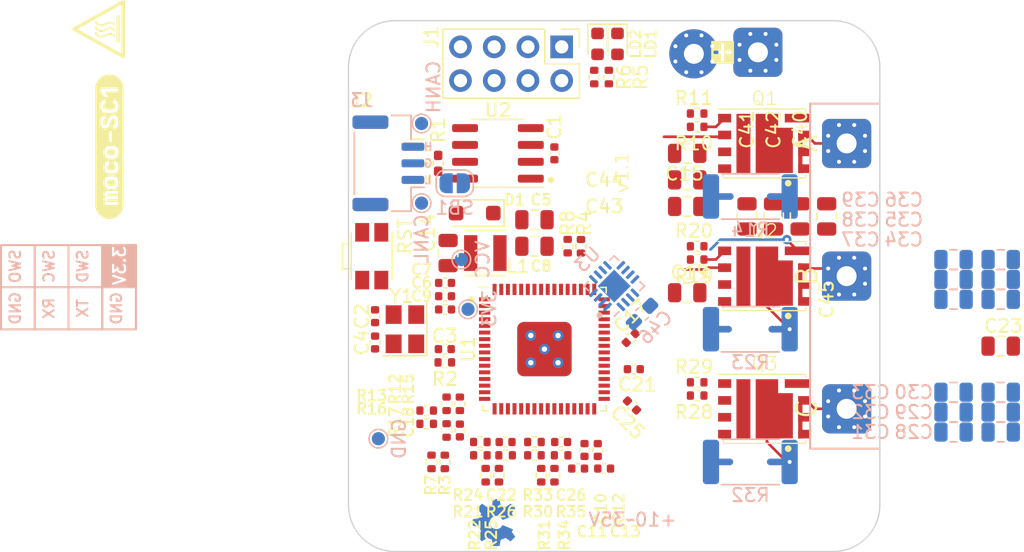
<source format=kicad_pcb>
(kicad_pcb (version 20240108) (generator "pcbnew") (generator_version "8.0")
  (title_block (title "moco-SC1") (rev "1.1") (comment 1 "BLDC motor controller/driver") (comment 2 "STSPIN32G4 MCU/Gate driver and CSD88584Q5DC Dual N-MOSFET") (comment 3 "Open source hardware, CERN-OHL-P v2") (comment 4 "https://github.com/ziteh/moco"))
  (layers (0 "F.Cu" mixed) (1 "In1.Cu" power) (2 "In2.Cu" signal) (31 "B.Cu" mixed) (34 "B.Paste" user) (35 "F.Paste" user) (36 "B.SilkS" user "B.Silkscreen") (37 "F.SilkS" user "F.Silkscreen") (38 "B.Mask" user) (39 "F.Mask" user) (44 "Edge.Cuts" user))
  (net 0 "")
  (net 1 "VCC")
  (net 2 "GND")
  (net 6 "VBUS")
  (net 7 "/Power Stage/OUTA")
  (net 8 "Net-(U1C-BOOT1)")
  (net 13 "/OPAMP1_VOUT")
  (net 14 "/OPAMP1_VINM")
  (net 15 "+3.3V")
  (net 16 "/Power Stage/OUTB")
  (net 19 "Net-(U1D-BOOT2)")
  (net 20 "/OPAMP2_VOUT")
  (net 22 "/OPAMP2_VINM")
  (net 23 "/Power Stage/OUTC")
  (net 24 "Net-(U1E-BOOT3)")
  (net 25 "/OPAMP3_VOUT")
  (net 26 "/OPAMP3_VINM")
  (net 27 "/OSC_IN")
  (net 29 "/OSC_OUT")
  (net 30 "/~{RESET}")
  (net 31 "Net-(D1-K)")
  (net 32 "/CANH")
  (net 35 "/CANL")
  (net 36 "/SWDIO")
  (net 37 "/USART_RX")
  (net 38 "/SWCLK")
  (net 39 "/USART_TX")
  (net 40 "/SWO")
  (net 41 "Net-(LD1-A)")
  (net 42 "Net-(LD2-A)")
  (net 43 "/Power Stage/RSA+")
  (net 45 "/Power Stage/S2A")
  (net 46 "/Power Stage/RSA-")
  (net 47 "/Power Stage/RSB+")
  (net 48 "/Power Stage/S2B")
  (net 49 "/Power Stage/RSB-")
  (net 50 "/Power Stage/RSC+")
  (net 51 "/Power Stage/S2C")
  (net 53 "/Power Stage/RSC-")
  (net 55 "Net-(Q1-G1R)")
  (net 56 "Net-(Q2-G1R)")
  (net 57 "Net-(U1C-GHS1)")
  (net 58 "Net-(U1C-GLS1)")
  (net 59 "/OPAMP1_VINP")
  (net 60 "Net-(U1D-GHS2)")
  (net 61 "Net-(U1D-GLS2)")
  (net 62 "/OPAMP2_VINP")
  (net 63 "Net-(U1E-GHS3)")
  (net 64 "Net-(U1E-GLS3)")
  (net 65 "/OPAMP3_VINP")
  (net 66 "/SCREF")
  (net 67 "/V_{BUS}_SENSE")
  (net 68 "/USER_LED")
  (net 69 "/CAN_RX")
  (net 70 "/CAN_TX")
  (net 71 "/SPI_SCLK")
  (net 72 "/SPI_MISO")
  (net 73 "/SPI_MOSI")
  (net 74 "/SPI_~{CS}_RS")
  (net 75 "/Rotary Sensor/A")
  (net 76 "/Rotary Sensor/Z")
  (net 77 "/Rotary Sensor/B")
  (net 79 "Net-(Q3-G1R)")
  (net 87 "Net-(Q1-G1)")
  (net 88 "Net-(Q1-G2)")
  (net 89 "Net-(Q2-G1)")
  (net 90 "Net-(Q2-G2)")
  (net 91 "Net-(Q3-G2)")
  (net 92 "Net-(Q3-G1)")
  (net 93 "Net-(SB1-B)")
  (footprint "moco:wire_rectagnel_3.7mm_D1.5mm" (layer "F.Cu") (at 120.824025 42.385819 90)
    (property "Reference" "J4" (hide yes))
    (property "Value" "V+" (hide yes))
  )
  (footprint "Resistor_SMD:R_0402_1005Metric" (layer "F.Cu") (at 97.385 68.87 -90)
    (property "Reference" "R12")
    (property "Value" "24k" (hide yes))
  )
  (footprint "Capacitor_SMD:C_0805_2012Metric" (layer "F.Cu") (at 126 54.75 -90)
    (property "Reference" "C45")
    (property "Value" "10uF/50V" (hide yes))
  )
  (footprint "moco:wire_rectagnel_3.7mm_D1.5mm" (layer "F.Cu") (at 127.5 49.25 90)
    (property "Reference" "J6" (hide yes))
    (property "Value" "A" (hide yes))
  )
  (footprint "LED_SMD:LED_0603_1608Metric" (layer "F.Cu") (at 108.75 41.75 -90)
    (property "Reference" "LD2")
    (property "Value" "Blue" (hide yes))
  )
  (footprint "Capacitor_SMD:C_0805_2012Metric" (layer "F.Cu") (at 115.5 50)
    (property "Reference" "C15")
    (property "Value" "220nF/50V" (hide yes))
  )
  (footprint "Capacitor_SMD:C_0402_1005Metric" (layer "F.Cu") (at 98.385 70.88 -90)
    (property "Reference" "C18")
    (property "Value" "1nF" (hide yes))
  )
  (footprint "Resistor_SMD:R_0402_1005Metric" (layer "F.Cu") (at 99.9275 71.75 180)
    (property "Reference" "R24")
    (property "Value" "24k" (hide yes))
  )
  (footprint "MountingHole:MountingHole_3.2mm_M3_ISO14580" (layer "F.Cu") (at 93.5 76.5 90)
    (property "Reference" "H4" (hide yes))
    (property "Value" "MountingHole" (hide yes))
  )
  (footprint "moco:wire_rectagnel_3.7mm_D1.5mm" (layer "F.Cu") (at 127.5 69.25)
    (property "Reference" "J8" (hide yes))
    (property "Value" "C" (hide yes))
  )
  (footprint "Resistor_SMD:R_0402_1005Metric" (layer "F.Cu") (at 104.5075 74.25 90)
    (property "Reference" "R31")
    (property "Value" "1.78k" (hide yes))
  )
  (footprint "Capacitor_SMD:C_0805_2012Metric" (layer "F.Cu") (at 104 57)
    (property "Reference" "C8")
    (property "Value" "220nF/50V" (hide yes))
  )
  (footprint "Connector_PinHeader_2.54mm:PinHeader_2x04_P2.54mm_Vertical" (layer "F.Cu") (at 106.05 41.975 -90)
    (property "Reference" "J1")
    (property "Value" "Debug" (hide yes))
  )
  (footprint "Resistor_SMD:R_0402_1005Metric" (layer "F.Cu") (at 107.5 57 -90)
    (property "Reference" "R4")
    (property "Value" "22k" (hide yes))
  )
  (footprint "Capacitor_SMD:C_0402_1005Metric" (layer "F.Cu") (at 109.2475 73.75)
    (property "Reference" "C13")
    (property "Value" "1uF" (hide yes))
  )
  (footprint "Resistor_SMD:R_0402_1005Metric" (layer "F.Cu") (at 97.385 70.88 90)
    (property "Reference" "R17")
    (property "Value" "12k" (hide yes))
  )
  (footprint "MountingHole:MountingHole_3.2mm_M3_ISO14580" (layer "F.Cu") (at 93.5 43.5 90)
    (property "Reference" "H3" (hide yes))
    (property "Value" "MountingHole" (hide yes))
  )
  (footprint "Resistor_SMD:R_0402_1005Metric" (layer "F.Cu") (at 106.5 56.99 -90)
    (property "Reference" "R8")
    (property "Value" "10k" (hide yes))
  )
  (footprint "Capacitor_SMD:C_0402_1005Metric" (layer "F.Cu") (at 111.3394 69 135)
    (property "Reference" "C25")
    (property "Value" "100nF/50V" (hide yes))
  )
  (footprint "Capacitor_SMD:C_0402_1005Metric" (layer "F.Cu") (at 107.7675 72.35 90)
    (property "Reference" "C10")
    (property "Value" "100nF" (hide yes))
  )
  (footprint "moco:PowerPAIR_6x5F" (layer "F.Cu") (at 121.325 59.25)
    (property "Reference" "Q2")
    (property "Value" "SiZF906BDT")
  )
  (footprint "moco:PowerPAIR_6x5F" (layer "F.Cu") (at 121.325 69.25)
    (property "Reference" "Q3")
    (property "Value" "SiZF906BDT")
  )
  (footprint "Resistor_SMD:R_0402_1005Metric" (layer "F.Cu") (at 103.9975 72.75)
    (property "Reference" "R30")
    (property "Value" "24k" (hide yes))
  )
  (footprint "Capacitor_SMD:C_0805_2012Metric" (layer "F.Cu") (at 97.5 57.5125 90)
    (property "Reference" "C14")
    (property "Value" "10uF" (hide yes))
  )
  (footprint "Resistor_SMD:R_0402_1005Metric" (layer "F.Cu") (at 109.6 44.25 90)
    (property "Reference" "R5")
    (property "Value" "1k" (hide yes))
  )
  (footprint "Capacitor_SMD:C_0402_1005Metric" (layer "F.Cu") (at 97.25 64.75 180)
    (property "Reference" "C3")
    (property "Value" "100nF" (hide yes))
  )
  (footprint "Resistor_SMD:R_0402_1005Metric" (layer "F.Cu") (at 116.25 47)
    (property "Reference" "R11")
    (property "Value" "10R" (hide yes))
  )
  (footprint "Button_Switch_SMD:SW_SPST_EVQP7C" (layer "F.Cu") (at 91.75 57.75 -90)
    (property "Reference" "SW1" (hide yes))
    (property "Value" "RESET" (hide yes))
  )
  (footprint "Resistor_SMD:R_0402_1005Metric_Pad0.72x0.64mm_HandSolder" (layer "F.Cu") (at 96.75 50.75 90)
    (property "Reference" "R1")
    (property "Value" "120R" (hide yes))
  )
  (footprint "Capacitor_SMD:C_0805_2012Metric" (layer "F.Cu") (at 104 55)
    (property "Reference" "C5")
    (property "Value" "10uF/50V" (hide yes))
  )
  (footprint "MountingHole:MountingHole_3.2mm_M3_ISO14580" (layer "F.Cu") (at 126.5 76.5 90)
    (property "Reference" "H1" (hide yes))
    (property "Value" "MountingHole" (hide yes))
  )
  (footprint "Capacitor_SMD:C_0805_2012Metric" (layer "F.Cu") (at 124 54.75 -90)
    (property "Reference" "C40")
    (property "Value" "10uF/50V" (hide yes))
  )
  (footprint "Resistor_SMD:R_0402_1005Metric" (layer "F.Cu") (at 95.885 70.38)
    (property "Reference" "R16")
    (property "Value" "1.78k" (hide yes))
  )
  (footprint "Capacitor_SMD:C_0402_1005Metric" (layer "F.Cu") (at 101.8275 71.75)
    (property "Reference" "C22")
    (property "Value" "1nF" (hide yes))
  )
  (footprint "Resistor_SMD:R_0402_1005Metric" (layer "F.Cu") (at 105.5075 74.25 90)
    (property "Reference" "R34")
    (property "Value" "1.78k" (hide yes))
  )
  (footprint "Capacitor_SMD:C_0805_2012Metric" (layer "F.Cu") (at 120 54.75 -90)
    (property "Reference" "C41")
    (property "Value" "10uF/50V" (hide yes))
  )
  (footprint "Resistor_SMD:R_0402_1005Metric" (layer "F.Cu") (at 101.3275 74.25 90)
    (property "Reference" "R25")
    (property "Value" "1.78k" (hide yes))
  )
  (footprint "Resistor_SMD:R_0402_1005Metric" (layer "F.Cu") (at 106.0075 72.75 180)
    (property "Reference" "R35")
    (property "Value" "12k" (hide yes))
  )
  (footprint "Resistor_SMD:R_0402_1005Metric" (layer "F.Cu") (at 116.25 67.25)
    (property "Reference" "R29")
    (property "Value" "10R" (hide yes))
  )
  (footprint "Resistor_SMD:R_0402_1005Metric" (layer "F.Cu") (at 97.25 73.25 -90)
    (property "Reference" "R3")
    (property "Value" "100k" (hide yes))
  )
  (footprint "Capacitor_SMD:C_0805_2012Metric" (layer "F.Cu") (at 122 54.75 -90)
    (property "Reference" "C42")
    (property "Value" "10uF/50V" (hide yes))
  )
  (footprint "moco:PowerPAIR_6x5F" (layer "F.Cu") (at 121.325 49.25)
    (property "Reference" "Q1")
    (property "Value" "SiZF906BDT")
  )
  (footprint "Capacitor_SMD:C_0402_1005Metric" (layer "F.Cu") (at 97.27 61.7625)
    (property "Reference" "C9")
    (property "Value" "100nF" (hide yes))
  )
  (footprint "Capacitor_SMD:C_0402_1005Metric" (layer "F.Cu") (at 107.2875 73.75 180)
    (property "Reference" "C11")
    (property "Value" "1uF" (hide yes))
  )
  (footprint "Package_SO:SOIC-8_3.9x4.9mm_P1.27mm" (layer "F.Cu") (at 101.25 50 180)
    (property "Reference" "U2")
    (property "Value" "TCAN337" (hide yes))
  )
  (footprint "Resistor_SMD:R_0402_1005Metric" (layer "F.Cu") (at 100.3275 74.25 90)
    (property "Reference" "R22")
    (property "Value" "1.78k" (hide yes))
  )
  (footprint "moco:wire_rectagnel_3.7mm_D1.5mm" (layer "F.Cu") (at 127.5 59.25)
    (property "Reference" "J7" (hide yes))
    (property "Value" "B" (hide yes))
  )
  (footprint "Capacitor_SMD:C_0402_1005Metric" (layer "F.Cu") (at 92 62.27 90)
    (property "Reference" "C2")
    (property "Value" "6.8pF" (hide yes))
  )
  (footprint "Capacitor_SMD:C_0805_2012Metric" (layer "F.Cu") (at 139.1 64.525 180)
    (property "Reference" "C23")
    (property "Value" "220nF/50V" (hide yes))
  )
  (footprint "Capacitor_SMD:C_0805_2012Metric" (layer "F.Cu") (at 115.5 54 180)
    (property "Reference" "C43")
    (property "Value" "10uF/50V" (hide yes))
  )
  (footprint "moco:wire_circ_3.7mm_D1.5mm" (layer "F.Cu") (at 116 42.5)
    (property "Reference" "J5" (hide yes))
    (property "Value" "V-" (hide yes))
  )
  (footprint "Capacitor_SMD:C_0402_1005Metric" (layer "F.Cu") (at 111.25 63.9125 -135)
    (property "Reference" "C17")
    (property "Value" "100nF/50V" (hide yes))
  )
  (footprint "Resistor_SMD:R_0402_1005Metric" (layer "F.Cu") (at 108.5 44.25 90)
    (property "Reference" "R6")
    (property "Value" "10k" (hide yes))
  )
  (footprint "Resistor_SMD:R_0402_1005Metric" (layer "F.Cu") (at 116.25 58)
    (property "Reference" "R19")
    (property "Value" "10R" (hide yes))
  )
  (footprint "Resistor_SMD:R_0402_1005Metric" (layer "F.Cu") (at 116.25 68.25)
    (property "Reference" "R28")
    (property "Value" "10R" (hide yes))
  )
  (footprint "Resistor_SMD:R_0402_1005Metric" (layer "F.Cu") (at 96.25 73.25 90)
    (property "Reference" "R7")
    (property "Value" "10k" (hide yes))
  )
  (footprint "Capacitor_SMD:C_0402_1005Metric" (layer "F.Cu") (at 108.7675 72.35 90)
    (property "Reference" "C12")
    (property "Value" "100nF" (hide yes))
  )
  (footprint "Resistor_SMD:R_0402_1005Metric" (layer "F.Cu") (at 116.25 57)
    (property "Reference" "R20")
    (property "Value" "10R" (hide yes))
  )
  (footprint "Inductor_SMD:L_Neosid_SMS-ME3015" (layer "F.Cu") (at 100.3 57.5125 180)
    (property "Reference" "L1")
    (property "Value" "18uH" (hide yes))
  )
  (footprint "Crystal:Crystal_SMD_3225-4Pin_3.2x2.5mm" (layer "F.Cu") (at 94.25 63.25 90)
    (property "Reference" "Y1")
    (property "Value" "16MHz" (hide yes))
  )
  (footprint "kibuzzard-64C58EFF" (layer "F.Cu") (at 72 49.5 90)
    (property "Reference" "kibuzzard-64C58EFF" (hide yes))
    (property "Value" "G***" (hide yes))
  )
  (footprint "Capacitor_SMD:C_0402_1005Metric" (layer "F.Cu") (at 105.5 50 90)
    (property "Reference" "C1")
    (property "Value" "100nF" (hide yes))
  )
  (footprint "Capacitor_SMD:C_0402_1005Metric" (layer "F.Cu") (at 111.48 66.2625 180)
    (property "Reference" "C21")
    (property "Value" "100nF/50V" (hide yes))
  )
  (footprint "Capacitor_SMD:C_0402_1005Metric" (layer "F.Cu") (at 97.27 60.7625)
    (property "Reference" "C6")
    (property "Value" "100nF" (hide yes))
  )
  (footprint "Capacitor_SMD:C_0402_1005Metric" (layer "F.Cu") (at 97.27 59.7625)
    (property "Reference" "C7")
    (property "Value" "10uF" (hide yes))
  )
  (footprint "Diode_SMD:D_SOD-123F" (layer "F.Cu") (at 99.5 54.5 180)
    (property "Reference" "D1")
    (property "Value" "MBR180S1" (hide yes))
  )
  (footprint "Capacitor_SMD:C_0402_1005Metric" (layer "F.Cu") (at 106.0075 71.75)
    (property "Reference" "C26")
    (property "Value" "1nF" (hide yes))
  )
  (footprint "moco:VFQFPN 9X9X1.0 64 PITCH 0.5" (layer "F.Cu") (at 104.75 64.75)
    (property "Reference" "U1")
    (property "Value" "STSPIN32G4" (hide yes))
  )
  (footprint "Connector_JST:JST_GH_SM03B-GHS-TB_1x03-1MP_P1.25mm_Horizontal" (layer "F.Cu") (at 93 50.75 -90)
    (property "Reference" "J2")
    (property "Value" "CAN")
  )
  (footprint "Resistor_SMD:R_0402_1005Metric" (layer "F.Cu") (at 103.9975 71.75 180)
    (property "Reference" "R33")
    (property "Value" "24k" (hide yes))
  )
  (footprint "Resistor_SMD:R_0402_1005Metric" (layer "F.Cu") (at 97.25 65.75 180)
    (property "Reference" "R2")
    (property "Value" "10k" (hide yes))
  )
  (footprint "Resistor_SMD:R_0402_1005Metric" (layer "F.Cu") (at 99.9275 72.75)
    (property "Reference" "R21")
    (property "Value" "24k" (hide yes))
  )
  (footprint "Resistor_SMD:R_0402_1005Metric" (layer "F.Cu") (at 101.8275 72.75 180)
    (property "Reference" "R26")
    (property "Value" "12k" (hide yes))
  )
  (footprint "Capacitor_SMD:C_0805_2012Metric" (layer "F.Cu") (at 115.5 52 180)
    (property "Reference" "C44")
    (property "Value" "10uF/50V" (hide yes))
  )
  (footprint "Capacitor_SMD:C_0805_2012Metric" (layer "F.Cu") (at 115.5 60.5 180)
    (property "Reference" "C19")
    (property "Value" "220nF/50V" (hide yes))
  )
  (footprint "Resistor_SMD:R_0402_1005Metric" (layer "F.Cu") (at 116.25 48)
    (property "Reference" "R10")
    (property "Value" "10R" (hide yes))
  )
  (footprint "Resistor_SMD:R_0402_1005Metric" (layer "F.Cu") (at 95.885 69.38)
    (property "Reference" "R13")
    (property "Value" "1.78k" (hide yes))
  )
  (footprint "Capacitor_SMD:C_0402_1005Metric" (layer "F.Cu") (at 92 64.25 -90)
    (property "Reference" "C4")
    (property "Value" "6.8pF" (hide yes))
  )
  (footprint "MountingHole:MountingHole_3.2mm_M3_ISO14580" (layer "F.Cu") (at 126.5 43.5 90)
    (property "Reference" "H2" (hide yes))
    (property "Value" "MountingHole" (hide yes))
  )
  (footprint "Resistor_SMD:R_0402_1005Metric" (layer "F.Cu") (at 98.385 68.87 90)
    (property "Reference" "R15")
    (property "Value" "24k" (hide yes))
  )
  (footprint "LED_SMD:LED_0603_1608Metric" (layer "F.Cu") (at 110.25 41.75 -90)
    (property "Reference" "LD1")
    (property "Value" "Red" (hide yes))
  )
  (footprint "Capacitor_SMD:C_0805_2012Metric" (layer "B.Cu") (at 135.55 71 180)
    (property "Reference" "C31")
    (property "Value" "10uF/50V" (hide yes))
  )
  (footprint "Capacitor_SMD:C_0805_2012Metric" (layer "B.Cu") (at 135.55 69.5 180)
    (property "Reference" "C32")
    (property "Value" "10uF/50V" (hide yes))
  )
  (footprint "TestPoint:TestPoint_Pad_D1.0mm" (layer "B.Cu") (at 98.5 58 180)
    (property "Reference" "TP4" (hide yes))
    (property "Value" "VCC")
  )
  (footprint "TestPoint:TestPoint_Pad_D1.0mm" (layer "B.Cu") (at 99 61.75 180)
    (property "Reference" "TP3" (hide yes))
    (property "Value" "3.3V")
  )
  (footprint "Capacitor_SMD:C_0805_2012Metric" (layer "B.Cu") (at 139.1 58)
    (property "Reference" "C36")
    (property "Value" "10uF/50V" (hide yes))
  )
  (footprint "Package_DFN_QFN:QFN-16-1EP_3x3mm_P0.5mm_EP1.75x1.75mm" (layer "B.Cu") (at 110 60 45)
    (property "Reference" "U3")
    (property "Value" "MA702" (hide yes))
  )
  (footprint "Capacitor_SMD:C_0805_2012Metric" (layer "B.Cu") (at 135.55 58 180)
    (property "Reference" "C39")
    (property "Value" "10uF/50V" (hide yes))
  )
  (footprint "NetTie:NetTie-2_SMD_Pad0.5mm" (layer "B.Cu") (at 122.25 53.25)
    (property "Reference" "NT1" (hide yes))
    (property "Value" "NetTie_2" (hide yes))
  )
  (footprint "Capacitor_SMD:C_0805_2012Metric" (layer "B.Cu") (at 139.1 61)
    (property "Reference" "C34")
    (property "Value" "10uF/50V" (hide yes))
  )
  (footprint "NetTie:NetTie-2_SMD_Pad0.5mm" (layer "B.Cu") (at 118.1125 63.25 180)
    (property "Reference" "NT4" (hide yes))
    (property "Value" "NetTie_2" (hide yes))
  )
  (footprint "Capacitor_SMD:C_0805_2012Metric" (layer "B.Cu") (at 135.55 68 180)
    (property "Reference" "C33")
    (property "Value" "10uF/50V" (hide yes))
  )
  (footprint "Capacitor_SMD:C_0805_2012Metric" (layer "B.Cu") (at 139.1 68)
    (property "Reference" "C30")
    (property "Value" "10uF/50V" (hide yes))
  )
  (footprint "NetTie:NetTie-2_SMD_Pad0.5mm" (layer "B.Cu") (at 118.25 53.25 180)
    (property "Reference" "NT2" (hide yes))
    (property "Value" "NetTie_2" (hide yes))
  )
  (footprint "TestPoint:TestPoint_Pad_D1.0mm" (layer "B.Cu") (at 95.5 47.75 180)
    (property "Reference" "TP1" (hide yes))
    (property "Value" "CANH")
  )
  (footprint "Capacitor_SMD:C_0805_2012Metric" (layer "B.Cu") (at 139.1 59.5)
    (property "Reference" "C35")
    (property "Value" "10uF/50V" (hide yes))
  )
  (footprint "Capacitor_SMD:C_0805_2012Metric" (layer "B.Cu") (at 139.1 71)
    (property "Reference" "C28")
    (property "Value" "10uF/50V" (hide yes))
  )
  (footprint "Capacitor_SMD:C_0603_1608Metric_Pad1.08x0.95mm_HandSolder" (layer "B.Cu") (at 112.1 62.1 45)
    (property "Reference" "C46")
    (property "Value" "1uF")
  )
  (footprint "NetTie:NetTie-2_SMD_Pad0.5mm" (layer "B.Cu") (at 122.3625 63.25)
    (property "Reference" "NT3" (hide yes))
    (property "Value" "NetTie_2" (hide yes))
  )
  (footprint "TestPoint:TestPoint_Pad_D1.0mm" (layer "B.Cu") (at 95.5 53.75 180)
    (property "Reference" "TP2" (hide yes))
    (property "Value" "CANL")
  )
  (footprint "Resistor_SMD:R_2512_6332Metric" (layer "B.Cu") (at 120.25 73.25 180)
    (property "Reference" "R32")
    (property "Value" "20mΩ/3W" (hide yes))
  )
  (footprint "Capacitor_SMD:C_0805_2012Metric" (layer "B.Cu") (at 135.55 61 180)
    (property "Reference" "C37")
    (property "Value" "10uF/50V" (hide yes))
  )
  (footprint "Capacitor_SMD:C_0805_2012Metric" (layer "B.Cu") (at 139.1 69.5)
    (property "Reference" "C29")
    (property "Value" "10uF/50V" (hide yes))
  )
  (footprint "Jumper:SolderJumper-2_P1.3mm_Open_RoundedPad1.0x1.5mm" (layer "B.Cu") (at 98 52.25 180)
    (property "Reference" "SB1")
    (property "Value" "SolderJumper_2_Open" (hide yes))
  )
  (footprint "Resistor_SMD:R_2512_6332Metric" (layer "B.Cu") (at 120.25 53.25 180)
    (property "Reference" "R14")
    (property "Value" "20mΩ/3W" (hide yes))
  )
  (footprint "Connector_JST:JST_GH_SM03B-GHS-TB_1x03-1MP_P1.25mm_Horizontal" (layer "B.Cu") (at 93 50.75 90)
    (property "Reference" "J3")
    (property "Value" "CAN")
  )
  (footprint "Resistor_SMD:R_2512_6332Metric" (layer "B.Cu") (at 120.25 63.25 180)
    (property "Reference" "R23")
    (property "Value" "20mΩ/3W" (hide yes))
  )
  (footprint "NetTie:NetTie-2_SMD_Pad0.5mm" (layer "B.Cu") (at 122.25 73.25)
    (property "Reference" "NT5" (hide yes))
    (property "Value" "NetTie_2" (hide yes))
  )
  (footprint "Capacitor_SMD:C_0805_2012Metric" (layer "B.Cu") (at 135.55 59.5 180)
    (property "Reference" "C38")
    (property "Value" "10uF/50V" (hide yes))
  )
  (footprint "TestPoint:TestPoint_Pad_D1.0mm" (layer "B.Cu") (at 92.25 71.5 180)
    (property "Reference" "TP5" (hide yes))
    (property "Value" "GND" (hide yes))
  )
  (footprint "NetTie:NetTie-2_SMD_Pad0.5mm" (layer "B.Cu") (at 118.2125 73.25 180)
    (property "Reference" "NT6" (hide yes))
    (property "Value" "NetTie_2" (hide yes))
  )
  (gr_poly (pts (xy 99.357035 78.041232) (xy 99.35711 78.042239) (xy 99.357233 78.043241) (xy 99.357404 78.044237) (xy 99.35762 78.045225) (xy 99.357881 78.046203) (xy 99.358185 78.047171) (xy 99.358532 78.048125) (xy 99.358919 78.049066) (xy 99.359347 78.049992) (xy 99.359812 78.0509) (xy 99.360315 78.051791) (xy 99.360854 78.052661) (xy 99.361428 78.05351) (xy 99.362036 78.054335) (xy 99.362675 78.055137) (xy 99.363346 78.055913) (xy 99.364047 78.056661) (xy 99.364776 78.05738) (xy 99.365533 78.058069) (xy 99.366316 78.058726) (xy 99.367123 78.05935) (xy 99.367955 78.059939) (xy 99.368808 78.060491) (xy 99.369683 78.061006) (xy 99.370578 78.061482) (xy 99.371492 78.061916) (xy 99.372423 78.062309) (xy 99.373371 78.062657) (xy 99.374333 78.06296) (xy 99.375309 78.063217) (xy 99.376298 78.063425) (xy 99.826169 78.147166) (xy 99.827166 78.147377) (xy 99.828166 78.147634) (xy 99.83017 78.148278) (xy 99.832168 78.149086) (xy 99.834146 78.150047) (xy 99.836092 78.151149) (xy 99.837992 78.152382) (xy 99.839834 78.153733) (xy 99.841604 78.155193) (xy 99.84329 78.156748) (xy 99.844878 78.158389) (xy 99.846355 78.160104) (xy 99.847708 78.161881) (xy 99.848925 78.16371) (xy 99.849991 78.165579) (xy 99.850464 78.166524) (xy 99.850895 78.167476) (xy 99.851281 78.168432) (xy 99.851622 78.169391) (xy 99.97505 78.47091) (xy 99.975875 78.472783) (xy 99.976564 78.47477) (xy 99.977118 78.476852) (xy 99.977538 78.479013) (xy 99.977827 78.481235) (xy 99.977984 78.4835) (xy 99.978012 78.485791) (xy 99.977911 78.488091) (xy 99.977683 78.490382) (xy 99.977328 78.492646) (xy 99.976848 78.494866) (xy 99.976245 78.497025) (xy 99.975518 78.499105) (xy 99.974671 78.501089) (xy 99.973703 78.502959) (xy 99.972616 78.504697) (xy 99.7147 78.880538) (xy 99.714149 78.881384) (xy 99.71364 78.882256) (xy 99.713174 78.883151) (xy 99.712751 78.884067) (xy 99.71237 78.885002) (xy 99.712032 78.885955) (xy 99.711735 78.886923) (xy 99.711481 78.887905) (xy 99.711268 78.888899) (xy 99.711096 78.889902) (xy 99.710877 78.89193) (xy 99.710822 78.893974) (xy 99.71093 78.896019) (xy 99.711199 78.89805) (xy 99.711627 78.90005) (xy 99.712215 78.902005) (xy 99.712567 78.902961) (xy 99.712959 78.9039) (xy 99.713389 78.90482) (xy 99.713859 78.905719) (xy 99.714367 78.906595) (xy 99.714913 78.907447) (xy 99.715497 78.908272) (xy 99.71612 78.909068) (xy 99.71678 78.909834) (xy 99.717478 78.910568) (xy 100.033999 79.227089) (xy 100.034733 79.227787) (xy 100.035499 79.228447) (xy 100.036296 79.229069) (xy 100.037122 79.229652) (xy 100.037974 79.230198) (xy 100.038851 79.230704) (xy 100.040671 79.231601) (xy 100.042568 79.232342) (xy 100.044526 79.232926) (xy 100.046529 79.233352) (xy 100.048561 79.233618) (xy 100.050609 79.233723) (xy 100.052655 79.233667) (xy 100.054686 79.233448) (xy 100.056684 79.233064) (xy 100.058636 79.232516) (xy 100.05959 79.232179) (xy 100.060526 79.231801) (xy 100.061442 79.231381) (xy 100.062337 79.230918) (xy 100.063209 79.230414) (xy 100.064056 79.229867) (xy 100.433414 78.976449) (xy 100.43516 78.975359) (xy 100.437033 78.974392) (xy 100.439016 78.973548) (xy 100.441091 78.972829) (xy 100.443242 78.972236) (xy 100.445452 78.97177) (xy 100.447704 78.971432) (xy 100.449981 78.971223) (xy 100.452265 78.971145) (xy 100.45454 78.971198) (xy 100.456789 78.971383) (xy 100.458994 78.971701) (xy 100.461139 78.972154) (xy 100.463207 78.972743) (xy 100.465181 78.973469) (xy 100.467043 78.974332) (xy 100.778087 79.107656) (xy 100.779997 79.108417) (xy 100.781889 79.109354) (xy 100.783753 79.110451) (xy 100.785577 79.111697) (xy 100.787349 79.113078) (xy 100.789059 79.114581) (xy 100.790695 79.116192) (xy 100.792246 79.117899) (xy 100.7937 79.119688) (xy 100.795046 79.121546) (xy 100.796274 79.123459) (xy 100.797371 79.125415) (xy 100.798327 79.127401) (xy 100.79913 79.129402) (xy 100.799769 79.131406) (xy 100.800233 79.1334) (xy 100.881116 79.568348) (xy 100.881329 79.569335) (xy 100.881589 79.570309) (xy 100.881897 79.571269) (xy 100.882249 79.572215) (xy 100.882644 79.573144) (xy 100.883081 79.574056) (xy 100.883559 79.574949) (xy 100.884076 79.575822) (xy 100.885221 79.577505) (xy 100.886505 79.579092) (xy 100.887915 79.580576) (xy 100.88944 79.581945) (xy 100.891069 79.583189) (xy 100.892789 79.5843) (xy 100.894588 79.585266) (xy 100.895514 79.585692) (xy 100.896456 79.586078) (xy 100.897412 79.586423) (xy 100.89838 79.586725) (xy 100.89936 79.586984) (xy 100.900349 79.587199) (xy 100.901346 79.587367) (xy 100.90235 79.587488) (xy 100.903359 79.587561) (xy 100.904372 79.587584) (xy 101.352021 79.587531) (xy 101.353032 79.587505) (xy 101.35404 79.58743) (xy 101.355043 79.587307) (xy 101.356039 79.587136) (xy 101.357028 79.586919) (xy 101.358008 79.586658) (xy 101.358977 79.586353) (xy 101.359933 79.586005) (xy 101.360876 79.585617) (xy 101.361803 79.585189) (xy 101.362714 79.584722) (xy 101.363606 79.584218) (xy 101.364478 79.583679) (xy 101.365329 79.583104) (xy 101.366157 79.582496) (xy 101.36696 79.581855) (xy 101.367737 79.581184) (xy 101.368487 79.580483) (xy 101.369208 79.579753) (xy 101.369899 79.578996) (xy 101.370557 79.578214) (xy 101.371182 79.577406) (xy 101.371772 79.576575) (xy 101.372325 79.575721) (xy 101.37284 79.574847) (xy 101.373315 79.573953) (xy 101.37375 79.57304) (xy 101.374141 79.57211) (xy 101.374489 79.571164) (xy 101.374791 79.570203) (xy 101.375045 79.569229) (xy 101.375251 79.568243) (xy 101.454203 79.143983) (xy 101.454408 79.142984) (xy 101.454659 79.141984) (xy 101.454955 79.140982) (xy 101.455294 79.139982) (xy 101.456097 79.13799) (xy 101.457056 79.136022) (xy 101.458159 79.13409) (xy 101.459395 79.132206) (xy 101.460753 79.130383) (xy 101.46222 79.128634) (xy 101.463785 79.126971) (xy 101.465437 79.125408) (xy 101.467163 79.123957) (xy 101.468952 79.12263) (xy 101.470793 79.12144) (xy 101.472673 79.1204) (xy 101.474582 79.119523) (xy 101.475543 79.119149) (xy 101.476507 79.118821) (xy 101.807369 78.986371) (xy 101.809251 78.985552) (xy 101.811244 78.984868) (xy 101.813331 78.98432) (xy 101.815494 78.983906) (xy 101.817717 78.983623) (xy 101.819982 78.983472) (xy 101.822272 78.98345) (xy 101.82457 78.983556) (xy 101.826858 78.983789) (xy 101.829119 78.984148) (xy 101.831336 78.984631) (xy 101.833492 78.985236) (xy 101.835569 78.985963) (xy 101.83755 78.98681) (xy 101.839418 78.987775) (xy 101.841156 78.988858) (xy 102.192338 79.229867) (xy 102.193184 79.230418) (xy 102.194057 79.230927) (xy 102.194952 79.231392) (xy 102.195869 79.231816) (xy 102.196806 79.232196) (xy 102.19776 79.232535) (xy 102.19873 79.232832) (xy 102.199713 79.233086) (xy 102.200709 79.233299) (xy 102.201714 79.233471) (xy 102.203747 79.23369) (xy 102.205796 79.233745) (xy 102.207846 79.233637) (xy 102.209881 79.233368) (xy 102.211886 79.232939) (xy 102.213846 79.232352) (xy 102.214804 79.232) (xy 102.215745 79.231608) (xy 102.216666 79.231177) (xy 102.217567 79.230708) (xy 102.218445 79.2302) (xy 102.219297 79.229654) (xy 102.220123 79.22907) (xy 102.220921 79.228447) (xy 102.221687 79.227787) (xy 102.222421 79.227089) (xy 102.538942 78.910515) (xy 102.539635 78.909786) (xy 102.540291 78.909024) (xy 102.540909 78.908231) (xy 102.54149 78.907409) (xy 102.542033 78.90656) (xy 102.542537 78.905685) (xy 102.543431 78.903869) (xy 102.544171 78.901975) (xy 102.544755 78.90002) (xy 102.545182 78.898018) (xy 102.545451 78.895986) (xy 102.545559 78.893938) (xy 102.545506 78.891891) (xy 102.54529 78.889859) (xy 102.54491 78.887859) (xy 102.544364 78.885906) (xy 102.544029 78.884952) (xy 102.543652 78.884016) (xy 102.543232 78.883099) (xy 102.542771 78.882203) (xy 102.542267 78.881331) (xy 102.54172 78.880485) (xy 102.304944 78.535494) (xy 102.303865 78.53376) (xy 102.302918 78.531903) (xy 102.302105 78.529939) (xy 102.301425 78.527886) (xy 102.30088 78.52576) (xy 102.300468 78.523579) (xy 102.300192 78.521359) (xy 102.30005 78.519117) (xy 102.300043 78.51687) (xy 102.300172 78.514635) (xy 102.300436 78.512428) (xy 102.300837 78.510268) (xy 102.301374 78.50817) (xy 102.302048 78.506152) (xy 102.302859 78.50423) (xy 102.303807 78.502421) (xy 102.385034 78.350286) (xy 102.385466 78.349376) (xy 102.385847 78.348459) (xy 102.386175 78.347536) (xy 102.386453 78.346608) (xy 102.386679 78.345678) (xy 102.386856 78.344746) (xy 102.386984 78.343815) (xy 102.387063 78.342885) (xy 102.387093 78.34196) (xy 102.387076 78.341039) (xy 102.387012 78.340125) (xy 102.386902 78.339219) (xy 102.386745 78.338323) (xy 102.386543 78.337439) (xy 102.386297 78.336567) (xy 102.386006 78.335711) (xy 102.385672 78.33487) (xy 102.385295 78.334047) (xy 102.384875 78.333244) (xy 102.384414 78.332461) (xy 102.383911 78.331702) (xy 102.383368 78.330966) (xy 102.382784 78.330256) (xy 102.382161 78.329573) (xy 102.3815 78.328919) (xy 102.3808 78.328295) (xy 102.380062 78.327704) (xy 102.379287 78.327146) (xy 102.378475 78.326624) (xy 102.377627 78.326138) (xy 102.376744 78.32569) (xy 102.375826 78.325283) (xy 101.617848 78.011619) (xy 101.616905 78.011256) (xy 101.615948 78.010942) (xy 101.614978 78.010675) (xy 101.613998 78.010454) (xy 101.613008 78.01028) (xy 101.612012 78.010152) (xy 101.61101 78.010068) (xy 101.610005 78.010029) (xy 101.608998 78.010034) (xy 101.607991 78.010082) (xy 101.606986 78.010172) (xy 101.605985 78.010305) (xy 101.604989 78.010479) (xy 101.604 78.010693) (xy 101.603021 78.010948) (xy 101.602052 78.011242) (xy 101.601097 78.011575) (xy 101.600155 78.011947) (xy 101.59923 78.012356) (xy 101.598324 78.012802) (xy 101.597437 78.013285) (xy 101.596571 78.013803) (xy 101.59573 78.014357) (xy 101.594914 78.014945) (xy 101.594124 78.015568) (xy 101.593364 78.016224) (xy 101.592635 78.016912) (xy 101.591938 78.017633) (xy 101.591275 78.018386) (xy 101.590648 78.019169) (xy 101.59006 78.019983) (xy 101.589511 78.020827) (xy 101.566201 78.0589) (xy 101.564456 78.061641) (xy 101.562464 78.064566) (xy 101.560269 78.067622) (xy 101.557913 78.070754) (xy 101.555441 78.073904) (xy 101.552896 78.07702) (xy 101.550321 78.080045) (xy 101.54776 78.082924) (xy 101.530508 78.108128) (xy 101.511777 78.132182) (xy 101.491632 78.15502) (xy 101.470138 78.176576) (xy 101.44736 78.196785) (xy 101.423364 78.215581) (xy 101.398214 78.232899) (xy 101.371977 78.248673) (xy 101.344718 78.262836) (xy 101.316501 78.275325) (xy 101.287392 78.286072) (xy 101.257456 78.295012) (xy 101.226759 78.30208) (xy 101.195365 78.30721) (xy 101.16334 78.310336) (xy 101.13075 78.311392) (xy 101.105274 78.310748) (xy 101.080132 78.308836) (xy 101.055356 78.305688) (xy 101.030976 78.301335) (xy 101.007025 78.295807) (xy 100.983532 78.289136) (xy 100.960529 78.281353) (xy 100.938048 78.272489) (xy 100.916118 78.262575) (xy 100.894772 78.251643) (xy 100.87404 78.239723) (xy 100.853954 78.226846) (xy 100.834545 78.213044) (xy 100.815843 78.198348) (xy 100.79788 78.182789) (xy 100.780687 78.166397) (xy 100.764295 78.149205) (xy 100.748735 78.131243) (xy 100.734038 78.112542) (xy 100.720236 78.093133) (xy 100.707359 78.073048) (xy 100.695439 78.052317) (xy 100.684506 78.030972) (xy 100.674592 78.009044) (xy 100.665728 77.986564) (xy 100.657945 77.963563) (xy 100.651274 77.940072) (xy 100.645746 77.916122) (xy 100.641392 77.891744) (xy 100.638244 77.86697) (xy 100.636332 77.841831) (xy 100.635688 77.816357) (xy 100.636332 77.790883) (xy 100.638244 77.765743) (xy 100.641392 77.740969) (xy 100.645746 77.716591) (xy 100.651274 77.69264) (xy 100.657945 77.669148) (xy 100.665728 77.646146) (xy 100.674592 77.623665) (xy 100.684506 77.601736) (xy 100.695439 77.58039) (xy 100.707359 77.559659) (xy 100.720236 77.539572) (xy 100.734038 77.520162) (xy 100.748735 77.50146) (xy 100.764295 77.483497) (xy 100.780687 77.466303) (xy 100.79788 77.44991) (xy 100.815843 77.43435) (xy 100.834545 77.419652) (xy 100.853954 77.405849) (xy 100.87404 77.392972) (xy 100.894772 77.381051) (xy 100.916118 77.370117) (xy 100.938048 77.360202) (xy 100.960529 77.351338) (xy 100.983532 77.343554) (xy 101.007025 77.336882) (xy 101.030976 77.331354) (xy 101.055356 77.327) (xy 101.080132 77.323851) (xy 101.105274 77.321939) (xy 101.13075 77.321295) (xy 101.147112 77.321561) (xy 101.16334 77.322352) (xy 101.179428 77.323661) (xy 101.195365 77.325479) (xy 101.211145 77.327798) (xy 101.226759 77.33061) (xy 101.242198 77.333906) (xy 101.257456 77.337679) (xy 101.272523 77.34192) (xy 101.287392 77.346621) (xy 101.302054 77.351773) (xy 101.316501 77.357369) (xy 101.330725 77.363401) (xy 101.344718 77.369859) (xy 101.371977 77.384024) (xy 101.398215 77.399799) (xy 101.423364 77.417117) (xy 101.44736 77.435914) (xy 101.470138 77.456122) (xy 101.491632 77.477677) (xy 101.511777 77.500513) (xy 101.530508 77.524563) (xy 101.54776 77.549763) (xy 101.550321 77.552658) (xy 101.552896 77.555694) (xy 101.555441 77.558816) (xy 101.557913 77.56197) (xy 101.560269 77.565103) (xy 101.562464 77.568162) (xy 101.564456 77.571092) (xy 101.566201 77.57384) (xy 101.589511 77.611913) (xy 101.59006 77.612762) (xy 101.590648 77.61358) (xy 101.591275 77.614367) (xy 101.591938 77.615123) (xy 101.592635 77.615847) (xy 101.593364 77.616538) (xy 101.594914 77.617821) (xy 101.596571 77.618966) (xy 101.598324 77.619968) (xy 101.600155 77.620824) (xy 101.602052 77.621528) (xy 101.604 77.622075) (xy 101.605985 77.622461) (xy 101.607991 77.622681) (xy 101.610005 77.62273) (xy 101.612012 77.622603) (xy 101.613008 77.622472) (xy 101.613998 77.622296) (xy 101.614978 77.622073) (xy 101.615948 77.621803) (xy 101.616905 77.621486) (xy 101.617848 77.621121) (xy 102.3758 77.307431) (xy 102.376718 77.307024) (xy 102.377601 77.306576) (xy 102.378449 77.30609) (xy 102.379261 77.305567) (xy 102.380037 77.305008) (xy 102.380776 77.304416) (xy 102.381476 77.303792) (xy 102.382139 77.303137) (xy 102.382763 77.302454) (xy 102.383347 77.301743) (xy 102.383891 77.301006) (xy 102.384394 77.300246) (xy 102.384857 77.299462) (xy 102.385277 77.298658) (xy 102.385655 77.297835) (xy 102.38599 77.296993) (xy 102.386281 77.296136) (xy 102.386528 77.295264) (xy 102.38673 77.294379) (xy 102.386887 77.293483) (xy 102.386998 77.292577) (xy 102.387062 77.291663) (xy 102.387079 77.290743) (xy 102.387048 77.289817) (xy 102.386968 77.288888) (xy 102.38684 77.287958) (xy 102.386662 77.287027) (xy 102.386434 77.286098) (xy 102.386155 77.285172) (xy 102.385825 77.284251) (xy 102.385442 77.283335) (xy 102.385008 77.282428) (xy 102.30378 77.130293) (xy 102.302833 77.128488) (xy 102.302023 77.12657) (xy 102.30135 77.124554) (xy 102.300814 77.122457) (xy 102.300415 77.120297) (xy 102.300152 77.118091) (xy 102.300025 77.115855) (xy 102.300033 77.113607) (xy 102.300176 77.111364) (xy 102.300454 77.109142) (xy 102.300865 77.106959) (xy 102.30141 77.104832) (xy 102.302089 77.102777) (xy 102.3029 77.100812) (xy 102.303843 77.098954) (xy 102.304918 77.09722) (xy 102.541694 76.752256) (xy 102.54224 76.751407) (xy 102.542744 76.750533) (xy 102.543206 76.749635) (xy 102.543625 76.748717) (xy 102.544003 76.747779) (xy 102.544338 76.746824) (xy 102.544632 76.745854) (xy 102.544884 76.744869) (xy 102.545094 76.743874) (xy 102.545264 76.742869) (xy 102.545479 76.740837) (xy 102.545533 76.738789) (xy 102.545424 76.736741) (xy 102.545156 76.734709) (xy 102.544729 76.732707) (xy 102.544145 76.730751) (xy 102.543795 76.729795) (xy 102.543405 76.728856) (xy 102.542977 76.727937) (xy 102.542511 76.727039) (xy 102.542006 76.726163) (xy 102.541464 76.725313) (xy 102.540883 76.724489) (xy 102.540265 76.723695) (xy 102.539609 76.722931) (xy 102.538916 76.722199) (xy 102.222394 76.405625) (xy 102.221661 76.40493) (xy 102.220894 76.404271) (xy 102.220097 76.403651) (xy 102.219271 76.403069) (xy 102.218418 76.402524) (xy 102.217541 76.402018) (xy 102.215718 76.401121) (xy 102.21382 76.400379) (xy 102.21186 76.399793) (xy 102.209855 76.399365) (xy 102.207819 76.399097) (xy 102.205769 76.398989) (xy 102.20372 76.399043) (xy 102.201688 76.39926) (xy 102.199687 76.399642) (xy 102.197734 76.400191) (xy 102.196779 76.400528) (xy 102.195843 76.400907) (xy 102.194926 76.401328) (xy 102.19403 76.401792) (xy 102.193158 76.402298) (xy 102.192311 76.402847) (xy 101.84113 76.64383) (xy 101.839392 76.644921) (xy 101.837524 76.645894) (xy 101.835543 76.646747) (xy 101.833466 76.647478) (xy 101.83131 76.648087) (xy 101.829093 76.648571) (xy 101.826832 76.648931) (xy 101.824544 76.649164) (xy 101.822246 76.64927) (xy 101.819956 76.649248) (xy 101.817691 76.649095) (xy 101.815468 76.648812) (xy 101.813305 76.648396) (xy 101.811218 76.647847) (xy 101.809225 76.647163) (xy 101.807343 76.646343) (xy 101.476481 76.513893) (xy 101.475517 76.513567) (xy 101.474556 76.513194) (xy 101.472647 76.512319) (xy 101.470766 76.511279) (xy 101.468926 76.510087) (xy 101.467136 76.508757) (xy 101.46541 76.507302) (xy 101.463759 76.505734) (xy 101.462194 76.504067) (xy 101.460727 76.502313) (xy 101.459369 76.500486) (xy 101.458133 76.498598) (xy 101.457029 76.496662) (xy 101.45607 76.494692) (xy 101.455268 76.4927) (xy 101.454633 76.4907) (xy 101.454382 76.489701) (xy 101.454177 76.488704) (xy 101.375225 76.064445) (xy 101.375019 76.063456) (xy 101.374765 76.06248) (xy 101.374463 76.061518) (xy 101.374115 76.06057) (xy 101.373723 76.059639) (xy 101.373289 76.058725) (xy 101.372814 76.05783) (xy 101.372299 76.056955) (xy 101.371745 76.056101) (xy 101.371156 76.05527) (xy 101.369872 76.05368) (xy 101.368461 76.052194) (xy 101.366934 76.050822) (xy 101.365302 76.049575) (xy 101.36358 76.048462) (xy 101.361777 76.047494) (xy 101.359907 76.046679) (xy 101.35895 76.046332) (xy 101.357982 76.046028) (xy 101.357002 76.045767) (xy 101.356013 76.045551) (xy 101.355016 76.04538) (xy 101.354013 76.045257) (xy 101.353006 76.045182) (xy 101.351995 76.045157) (xy 100.904346 76.04513) (xy 100.903335 76.045156) (xy 100.902328 76.04523) (xy 100.901326 76.045353) (xy 100.900331 76.045523) (xy 100.899344 76.045739) (xy 100.898366 76.045999) (xy 100.897399 76.046303) (xy 100.896445 76.046649) (xy 100.895505 76.047035) (xy 100.89458 76.047462) (xy 100.893672 76.047927) (xy 100.892782 76.048429) (xy 100.891912 76.048967) (xy 100.891064 76.04954) (xy 100.890238 76.050147) (xy 100.889437 76.050786) (xy 100.888661 76.051456) (xy 100.887913 76.052156) (xy 100.887193 76.052885) (xy 100.886503 76.053642) (xy 100.885845 76.054424) (xy 100.88522 76.055232) (xy 100.88463 76.056064) (xy 100.884076 76.056918) (xy 100.883559 76.057793) (xy 100.883081 76.058689) (xy 100.882644 76.059604) (xy 100.882248 76.060536) (xy 100.881897 76.061485) (xy 100.881589 76.062449) (xy 100.881329 76.063427) (xy 100.881116 76.064419) (xy 100.800233 76.499341) (xy 100.800023 76.50034) (xy 100.799769 76.501344) (xy 100.79913 76.503355) (xy 100.798327 76.505362) (xy 100.797371 76.507352) (xy 100.796274 76.509311) (xy 100.795046 76.511226) (xy 100.7937 76.513084) (xy 100.792246 76.514872) (xy 100.790695 76.516577) (xy 100.789059 76.518186) (xy 100.787349 76.519685) (xy 100.785577 76.521062) (xy 100.783753 76.522304) (xy 100.781889 76.523397) (xy 100.779997 76.524328) (xy 100.779043 76.524729) (xy 100.778087 76.525085) (xy 100.467043 76.658435) (xy 100.465181 76.659293) (xy 100.463207 76.660015) (xy 100.461139 76.660601) (xy 100.458994 76.661051) (xy 100.456789 76.661368) (xy 100.45454 76.661552) (xy 100.452265 76.661605) (xy 100.449981 76.661527) (xy 100.447704 76.66132) (xy 100.445452 76.660985) (xy 100.443242 76.660522) (xy 100.441091 76.659934) (xy 100.439016 76.659221) (xy 100.437033 76.658384) (xy 100.43516 76.657425) (xy 100.433414 76.656344) (xy 100.064056 76.4029) (xy 100.063209 76.402349) (xy 100.062337 76.40184) (xy 100.061442 76.401375) (xy 100.060526 76.400952) (xy 100.05959 76.400572) (xy 100.058636 76.400234) (xy 100.057667 76.399938) (xy 100.056684 76.399684) (xy 100.05569 76.399472) (xy 100.054686 76.399301) (xy 100.052655 76.399084) (xy 100.050609 76.399031) (xy 100.048561 76.39914) (xy 100.046529 76.39941) (xy 100.044526 76.399839) (xy 100.042568 76.400426) (xy 100.041611 76.400779) (xy 100.040671 76.40117) (xy 100.039751 76.4016) (xy 100.038851 76.402068) (xy 100.037974 76.402575) (xy 100.037122 76.40312) (xy 100.036296 76.403703) (xy 100.035499 76.404324) (xy 100.034733 76.404982) (xy 100.033999 76.405678) (xy 99.717478 76.722226) (xy 99.71678 76.722957) (xy 99.71612 76.723721) (xy 99.715497 76.724516) (xy 99.714913 76.725339) (xy 99.714367 76.72619) (xy 99.713859 76.727065) (xy 99.712959 76.728883) (xy 99.712215 76.730778) (xy 99.711628 76.732734) (xy 99.711199 76.734736) (xy 99.71093 76.736768) (xy 99.710822 76.738816) (xy 99.710877 76.740863) (xy 99.711096 76.742895) (xy 99.711481 76.744896) (xy 99.712032 76.746851) (xy 99.71237 76.747806) (xy 99.712751 76.748744) (xy 99.713174 76.749662) (xy 99.71364 76.750559) (xy 99.714149 76.751434) (xy 99.7147 76.752283) (xy 99.972616 77.128097) (xy 99.973703 77.12983) (xy 99.974671 77.131696) (xy 99.975518 77.133676) (xy 99.976245 77.135753) (xy 99.976848 77.13791) (xy 99.977328 77.140129) (xy 99.977683 77.142392) (xy 99.977911 77.144683) (xy 99.978012 77.146983) (xy 99.977984 77.149275) (xy 99.977827 77.151542) (xy 99.977539 77.153766) (xy 99.977118 77.155929) (xy 99.976564 77.158015) (xy 99.975875 77.160006) (xy 99.97505 77.161884) (xy 99.851622 77.46343) (xy 99.850895 77.465349) (xy 99.849991 77.467249) (xy 99.848925 77.46912) (xy 99.847708 77.47095) (xy 99.846355 77.472728) (xy 99.844878 77.474443) (xy 99.84329 77.476083) (xy 99.841604 77.477638) (xy 99.839834 77.479095) (xy 99.837992 77.480445) (xy 99.836092 77.481676) (xy 99.834146 77.482777) (xy 99.832168 77.483736) (xy 99.83017 77.484543) (xy 99.828166 77.485186) (xy 99.826169 77.485654) (xy 99.376298 77.569369) (xy 99.375309 77.569577) (xy 99.374333 77.569833) (xy 99.373371 77.570137) (xy 99.372423 77.570485) (xy 99.371492 77.570877) (xy 99.370578 77.571312) (xy 99.369683 77.571787) (xy 99.368808 77.572302) (xy 99.367955 77.572854) (xy 99.367123 77.573443) (xy 99.365533 77.574723) (xy 99.364047 77.576131) (xy 99.362675 77.577653) (xy 99.361428 77.579279) (xy 99.360315 77.580997) (xy 99.359347 77.582793) (xy 99.358919 77.583717) (xy 99.358532 77.584657) (xy 99.358185 77.58561) (xy 99.357881 77.586576) (xy 99.35762 77.587553) (xy 99.357404 77.588539) (xy 99.357233 77.589533) (xy 99.35711 77.590533) (xy 99.357035 77.591538) (xy 99.35701 77.592546) (xy 99.35701 78.040221)) (fill solid) (layer "B.Cu"))
  (gr_circle (center 108.9 62.2) (end 109.1 62.2) (stroke (width 0.05)) (fill solid) (layer "B.SilkS"))
  (gr_line (start 124.75 72.25) (end 130 72.25) (stroke (width 0.15)) (layer "B.SilkS"))
  (gr_line (start 124.75 46.25) (end 130 46.25) (stroke (width 0.15)) (layer "B.SilkS"))
  (gr_rect (start 71.46 56.9125) (end 72.095 60.0875) (stroke (width 0.15)) (fill solid) (layer "B.SilkS"))
  (gr_rect (start 73.365 56.9125) (end 74 60.0875) (stroke (width 0.15)) (fill solid) (layer "B.SilkS"))
  (gr_line (start 124.75 46.25) (end 124.75 72.25) (stroke (width 0.15)) (layer "B.SilkS"))
  (gr_line (start 72.300623 41.083129) (end 72.330262 41.107922) (stroke (width 0.125)) (layer "F.SilkS"))
  (gr_line (start 72.026322 40.996124) (end 72.052695 40.994054) (stroke (width 0.125)) (layer "F.SilkS"))
  (gr_line (start 71.030625 41.026924) (end 71.055189 41.057896) (stroke (width 0.125)) (layer "F.SilkS"))
  (gr_line (start 71.099924 40.676918) (end 71.116995 40.691746) (stroke (width 0.125)) (layer "F.SilkS"))
  (gr_line (start 70.980975 40.94729) (end 70.993628 40.970393) (stroke (width 0.125)) (layer "F.SilkS"))
  (gr_line (start 70.965083 40.05865) (end 70.972073 40.074543) (stroke (width 0.125)) (layer "F.SilkS"))
  (gr_line (start 71.411738 41.208454) (end 71.444207 41.203859) (stroke (width 0.125)) (layer "F.SilkS"))
  (gr_line (start 72 41) (end 72.026322 40.996124) (stroke (width 0.125)) (layer "F.SilkS"))
  (gr_line (start 70.965083 40.486013) (end 70.972073 40.501905) (stroke (width 0.125)) (layer "F.SilkS"))
  (gr_line (start 71.243045 41.190675) (end 71.26812 41.198269) (stroke (width 0.125)) (layer "F.SilkS"))
  (gr_line (start 71.069035 40.218796) (end 71.083942 40.234309) (stroke (width 0.125)) (layer "F.SilkS"))
  (gr_circle (center 105.25 52) (end 105.45 52) (stroke (width 0.1)) (fill solid) (layer "F.SilkS"))
  (gr_line (start 72.105796 40.141252) (end 72.132623 40.145564) (stroke (width 0.125)) (layer "F.SilkS"))
  (gr_line (start 71.97368 40.578162) (end 72 40.572638) (stroke (width 0.125)) (layer "F.SilkS"))
  (gr_line (start 71.380536 40.355909) (end 71.411738 40.353729) (stroke (width 0.125)) (layer "F.SilkS"))
  (gr_line (start 71.444207 41.203859) (end 71.477957 41.196695) (stroke (width 0.125)) (layer "F.SilkS"))
  (gr_line (start 71.947311 40.157812) (end 71.97368 40.1508) (stroke (width 0.125)) (layer "F.SilkS"))
  (gr_line (start 71.947311 41.012537) (end 71.97368 41.005525) (stroke (width 0.125)) (layer "F.SilkS"))
  (gr_line (start 73.045727 38.570848) (end 73.045727 42.698215) (stroke (width 0.254367)) (layer "F.SilkS"))
  (gr_line (start 71.26812 41.198269) (end 71.294392 41.204215) (stroke (width 0.125)) (layer "F.SilkS"))
  (gr_line (start 71.728603 40.67566) (end 71.840348 40.624906) (stroke (width 0.125)) (layer "F.SilkS"))
  (gr_line (start 71.321876 41.208361) (end 71.350586 41.210551) (stroke (width 0.125)) (layer "F.SilkS"))
  (gr_line (start 71.840348 40.624906) (end 71.894227 40.603023) (stroke (width 0.125)) (layer "F.SilkS"))
  (gr_line (start 71.083942 40.234309) (end 71.099924 40.249556) (stroke (width 0.125)) (layer "F.SilkS"))
  (gr_line (start 70.993628 40.970393) (end 71.010141 40.997347) (stroke (width 0.125)) (layer "F.SilkS"))
  (gr_line (start 71.243045 40.33595) (end 71.26812 40.343544) (stroke (width 0.125)) (layer "F.SilkS"))
  (gr_line (start 71.350586 40.355826) (end 71.380536 40.355909) (stroke (width 0.125)) (layer "F.SilkS"))
  (gr_line (start 72.360503 41.13628) (end 72.391396 41.168363) (stroke (width 0.125)) (layer "F.SilkS"))
  (gr_line (start 71.154456 40.292168) (end 71.174875 40.304817) (stroke (width 0.125)) (layer "F.SilkS"))
  (gr_line (start 70.993628 40.115668) (end 71.010141 40.142623) (stroke (width 0.125)) (layer "F.SilkS"))
  (gr_line (start 72.052695 40.13933) (end 72.07917 40.139228) (stroke (width 0.125)) (layer "F.SilkS"))
  (gr_line (start 71.219156 40.326862) (end 71.243045 40.33595) (stroke (width 0.125)) (layer "F.SilkS"))
  (gr_line (start 72.300623 40.655766) (end 72.330262 40.680559) (stroke (width 0.125)) (layer "F.SilkS"))
  (gr_line (start 71.294392 40.349491) (end 71.321876 40.353636) (stroke (width 0.125)) (layer "F.SilkS"))
  (gr_circle (center 99.25 61) (end 99.45 61) (stroke (width 0.1)) (fill solid) (layer "F.SilkS"))
  (gr_line (start 71.51191 41.187608) (end 71.545013 41.177452) (stroke (width 0.125)) (layer "F.SilkS"))
  (gr_line (start 71.010141 40.997347) (end 71.030625 41.026924) (stroke (width 0.125)) (layer "F.SilkS"))
  (gr_line (start 72.187083 40.589049) (end 72.214815 40.60118) (stroke (width 0.125)) (layer "F.SilkS"))
  (gr_line (start 70.972073 40.501905) (end 70.980975 40.519928) (stroke (width 0.125)) (layer "F.SilkS"))
  (gr_line (start 71.545013 40.750089) (end 71.608873 40.727211) (stroke (width 0.125)) (layer "F.SilkS"))
  (gr_line (start 71.055189 41.057896) (end 71.069035 41.073521) (stroke (width 0.125)) (layer "F.SilkS"))
  (gr_line (start 71.608873 40.727211) (end 71.669936 40.701975) (stroke (width 0.125)) (layer "F.SilkS"))
  (gr_line (start 71.294392 41.204215) (end 71.321876 41.208361) (stroke (width 0.125)) (layer "F.SilkS"))
  (gr_poly (pts (xy 72.72515 39.65429) (xy 72.72515 41.614774) (xy 72.580997 41.614774) (xy 72.580997 39.65429)) (stroke (width 0.09248)) (fill solid) (layer "F.SilkS"))
  (gr_line (start 71.477957 40.769333) (end 71.51191 40.760245) (stroke (width 0.125)) (layer "F.SilkS"))
  (gr_line (start 70.993628 40.543031) (end 71.010141 40.569985) (stroke (width 0.125)) (layer "F.SilkS"))
  (gr_line (start 71.669936 40.274612) (end 71.728603 40.248297) (stroke (width 0.125)) (layer "F.SilkS"))
  (gr_line (start 71.411738 40.781091) (end 71.444207 40.776496) (stroke (width 0.125)) (layer "F.SilkS"))
  (gr_line (start 72.132623 41.000289) (end 72.159702 41.007047) (stroke (width 0.125)) (layer "F.SilkS"))
  (gr_line (start 72.360503 40.281555) (end 72.391396 40.313638) (stroke (width 0.125)) (layer "F.SilkS"))
  (gr_line (start 72.07917 40.56659) (end 72.105796 40.568615) (stroke (width 0.125)) (layer "F.SilkS"))
  (gr_line (start 70.965083 40.913375) (end 70.972073 40.929267) (stroke (width 0.125)) (layer "F.SilkS"))
  (gr_line (start 72.105796 40.995977) (end 72.132623 41.000289) (stroke (width 0.125)) (layer "F.SilkS"))
  (gr_line (start 71.97368 40.1508) (end 72 40.145275) (stroke (width 0.125)) (layer "F.SilkS"))
  (gr_line (start 71.444207 40.349134) (end 71.477957 40.34197) (stroke (width 0.125)) (layer "F.SilkS"))
  (gr_line (start 71.350586 40.783189) (end 71.380536 40.783271) (stroke (width 0.125)) (layer "F.SilkS"))
  (gr_line (start 71.196437 40.743795) (end 71.219156 40.754224) (stroke (width 0.125)) (layer "F.SilkS"))
  (gr_line (start 71.196437 41.171158) (end 71.219156 41.181586) (stroke (width 0.125)) (layer "F.SilkS"))
  (gr_line (start 72.026322 40.141399) (end 72.052695 40.13933) (stroke (width 0.125)) (layer "F.SilkS"))
  (gr_line (start 72 40.145275) (end 72.026322 40.141399) (stroke (width 0.125)) (layer "F.SilkS"))
  (gr_line (start 70.980975 40.519928) (end 70.993628 40.543031) (stroke (width 0.125)) (layer "F.SilkS"))
  (gr_line (start 71.174875 41.159542) (end 71.196437 41.171158) (stroke (width 0.125)) (layer "F.SilkS"))
  (gr_line (start 71.219156 40.754224) (end 71.243045 40.763312) (stroke (width 0.125)) (layer "F.SilkS"))
  (gr_line (start 72.187083 40.161687) (end 72.214815 40.173818) (stroke (width 0.125)) (layer "F.SilkS"))
  (gr_line (start 73.045727 42.698215) (end 69.338823 40.634531) (stroke (width 0.254367)) (layer "F.SilkS"))
  (gr_circle (center 123.1 52.25) (end 123.3 52.25) (stroke (width 0.1)) (fill solid) (layer "F.SilkS"))
  (gr_line (start 71.243045 40.763312) (end 71.26812 40.770906) (stroke (width 0.125)) (layer "F.SilkS"))
  (gr_line (start 71.116995 40.264384) (end 71.135168 40.278639) (stroke (width 0.125)) (layer "F.SilkS"))
  (gr_line (start 71.728603 41.103022) (end 71.840348 41.052268) (stroke (width 0.125)) (layer "F.SilkS"))
  (gr_line (start 72.330262 40.253197) (end 72.360503 40.281555) (stroke (width 0.125)) (layer "F.SilkS"))
  (gr_line (start 72.330262 41.107922) (end 72.360503 41.13628) (stroke (width 0.125)) (layer "F.SilkS"))
  (gr_line (start 72.330262 40.680559) (end 72.360503 40.708917) (stroke (width 0.125)) (layer "F.SilkS"))
  (gr_line (start 71.608873 40.299848) (end 71.669936 40.274612) (stroke (width 0.125)) (layer "F.SilkS"))
  (gr_line (start 72.242949 40.188874) (end 72.271535 40.207016) (stroke (width 0.125)) (layer "F.SilkS"))
  (gr_line (start 71.135168 40.278639) (end 71.154456 40.292168) (stroke (width 0.125)) (layer "F.SilkS"))
  (gr_line (start 71.840348 40.197543) (end 71.894227 40.175661) (stroke (width 0.125)) (layer "F.SilkS"))
  (gr_line (start 70.972073 40.929267) (end 70.980975 40.94729) (stroke (width 0.125)) (layer "F.SilkS"))
  (gr_line (start 71.669936 41.129337) (end 71.728603 41.103022) (stroke (width 0.125)) (layer "F.SilkS"))
  (gr_line (start 72.07917 40.139228) (end 72.105796 40.141252) (stroke (width 0.125)) (layer "F.SilkS"))
  (gr_line (start 71.728603 40.248297) (end 71.840348 40.197543) (stroke (width 0.125)) (layer "F.SilkS"))
  (gr_line (start 72.214815 40.60118) (end 72.242949 40.616236) (stroke (width 0.125)) (layer "F.SilkS"))
  (gr_line (start 72.105796 40.568615) (end 72.132623 40.572926) (stroke (width 0.125)) (layer "F.SilkS"))
  (gr_line (start 71.444207 40.776496) (end 71.477957 40.769333) (stroke (width 0.125)) (layer "F.SilkS"))
  (gr_line (start 72.214815 41.028542) (end 72.242949 41.043599) (stroke (width 0.125)) (layer "F.SilkS"))
  (gr_line (start 71.380536 41.210634) (end 71.411738 41.208454) (stroke (width 0.125)) (layer "F.SilkS"))
  (gr_line (start 71.51191 40.332883) (end 71.545013 40.322727) (stroke (width 0.125)) (layer "F.SilkS"))
  (gr_line (start 71.116995 40.691746) (end 71.135168 40.706001) (stroke (width 0.125)) (layer "F.SilkS"))
  (gr_line (start 71.099924 40.249556) (end 71.116995 40.264384) (stroke (width 0.125)) (layer "F.SilkS"))
  (gr_line (start 71.411738 40.353729) (end 71.444207 40.349134) (stroke (width 0.125)) (layer "F.SilkS"))
  (gr_line (start 71.321876 40.353636) (end 71.350586 40.355826) (stroke (width 0.125)) (layer "F.SilkS"))
  (gr_line (start 72.360503 40.708917) (end 72.391396 40.741) (stroke (width 0.125)) (layer "F.SilkS"))
  (gr_line (start 71.545013 41.177452) (end 71.608873 41.154573) (stroke (width 0.125)) (layer "F.SilkS"))
  (gr_line (start 70.972073 40.074543) (end 70.980975 40.092566) (stroke (width 0.125)) (layer "F.SilkS"))
  (gr_circle (center 123.1 62.25) (end 123.3 62.25) (stroke (width 0.1)) (fill solid) (layer "F.SilkS"))
  (gr_line (start 71.477957 40.34197) (end 71.51191 40.332883) (stroke (width 0.125)) (layer "F.SilkS"))
  (gr_line (start 72 40.572638) (end 72.026322 40.568761) (stroke (width 0.125)) (layer "F.SilkS"))
  (gr_line (start 72.132623 40.572926) (end 72.159702 40.579685) (stroke (width 0.125)) (layer "F.SilkS"))
  (gr_line (start 71.099924 41.104281) (end 71.116995 41.119109) (stroke (width 0.125)) (layer "F.SilkS"))
  (gr_circle (center 123.1 72.25) (end 123.3 72.25) (stroke (width 0.1)) (fill solid) (layer "F.SilkS"))
  (gr_line (start 72.132623 40.145564) (end 72.159702 40.152322) (stroke (width 0.125)) (layer "F.SilkS"))
  (gr_line (start 71.069035 41.073521) (end 71.083942 41.089034) (stroke (width 0.125)) (layer "F.SilkS"))
  (gr_line (start 71.545013 40.322727) (end 71.608873 40.299848) (stroke (width 0.125)) (layer "F.SilkS"))
  (gr_line (start 71.055189 40.630534) (end 71.069035 40.646158) (stroke (width 0.125)) (layer "F.SilkS"))
  (gr_line (start 71.196437 40.316433) (end 71.219156 40.326862) (stroke (width 0.125)) (layer "F.SilkS"))
  (gr_line (start 71.083942 41.089034) (end 71.099924 41.104281) (stroke (width 0.125)) (layer "F.SilkS"))
  (gr_line (start 71.894227 40.603023) (end 71.947311 40.585174) (stroke (width 0.125)) (layer "F.SilkS"))
  (gr_line (start 71.51191 40.760245) (end 71.545013 40.750089) (stroke (width 0.125)) (layer "F.SilkS"))
  (gr_line (start 71.380536 40.783271) (end 71.411738 40.781091) (stroke (width 0.125)) (layer "F.SilkS"))
  (gr_line (start 71.010141 40.569985) (end 71.030625 40.599562) (stroke (width 0.125)) (layer "F.SilkS"))
  (gr_line (start 71.135168 41.133364) (end 71.154456 41.146893) (stroke (width 0.125)) (layer "F.SilkS"))
  (gr_line (start 71.135168 40.706001) (end 71.154456 40.71953) (stroke (width 0.125)) (layer "F.SilkS"))
  (gr_line (start 71.083942 40.661671) (end 71.099924 40.676918) (stroke (width 0.125)) (layer "F.SilkS"))
  (gr_line (start 72.052695 40.566692) (end 72.07917 40.56659) (stroke (width 0.125)) (layer "F.SilkS"))
  (gr_line (start 71.010141 40.142623) (end 71.030625 40.1722) (stroke (width 0.125)) (layer "F.SilkS"))
  (gr_line (start 72.187083 41.016412) (end 72.214815 41.028542) (stroke (width 0.125)) (layer "F.SilkS"))
  (gr_line (start 71.477957 41.196695) (end 71.51191 41.187608) (stroke (width 0.125)) (layer "F.SilkS"))
  (gr_line (start 72.052695 40.994054) (end 72.07917 40.993952) (stroke (width 0.125)) (layer "F.SilkS"))
  (gr_line (start 71.894227 40.175661) (end 71.947311 40.157812) (stroke (width 0.125)) (layer "F.SilkS"))
  (gr_line (start 71.947311 40.585174) (end 71.97368 40.578162) (stroke (width 0.125)) (layer "F.SilkS"))
  (gr_line (start 71.174875 40.732179) (end 71.196437 40.743795) (stroke (width 0.125)) (layer "F.SilkS"))
  (gr_line (start 71.840348 41.052268) (end 71.894227 41.030385) (stroke (width 0.125)) (layer "F.SilkS"))
  (gr_line (start 71.154456 40.71953) (end 71.174875 40.732179) (stroke (width 0.125)) (layer "F.SilkS"))
  (gr_line (start 71.174875 40.304817) (end 71.196437 40.316433) (stroke (width 0.125)) (layer "F.SilkS"))
  (gr_line (start 71.97368 41.005525) (end 72 41) (stroke (width 0.125)) (layer "F.SilkS"))
  (gr_line (start 69.338823 40.634531) (end 73.045727 38.570848) (stroke (width 0.254367)) (layer "F.SilkS"))
  (gr_line (start 71.030625 40.599562) (end 71.055189 40.630534) (stroke (width 0.125)) (layer "F.SilkS"))
  (gr_line (start 72.271535 40.207016) (end 72.300623 40.228404) (stroke (width 0.125)) (layer "F.SilkS"))
  (gr_line (start 71.894227 41.030385) (end 71.947311 41.012537) (stroke (width 0.125)) (layer "F.SilkS"))
  (gr_line (start 71.030625 40.1722) (end 71.055189 40.203171) (stroke (width 0.125)) (layer "F.SilkS"))
  (gr_line (start 72.300623 40.228404) (end 72.330262 40.253197) (stroke (width 0.125)) (layer "F.SilkS"))
  (gr_line (start 72.026322 40.568761) (end 72.052695 40.566692) (stroke (width 0.125)) (layer "F.SilkS"))
  (gr_line (start 71.608873 41.154573) (end 71.669936 41.129337) (stroke (width 0.125)) (layer "F.SilkS"))
  (gr_line (start 72.242949 41.043599) (end 72.271535 41.061741) (stroke (width 0.125)) (layer "F.SilkS"))
  (gr_line (start 71.321876 40.780998) (end 71.350586 40.783189) (stroke (width 0.125)) (layer "F.SilkS"))
  (gr_line (start 71.116995 41.119109) (end 71.135168 41.133364) (stroke (width 0.125)) (layer "F.SilkS"))
  (gr_line (start 71.069035 40.646158) (end 71.083942 40.661671) (stroke (width 0.125)) (layer "F.SilkS"))
  (gr_line (start 71.219156 41.181586) (end 71.243045 41.190675) (stroke (width 0.125)) (layer "F.SilkS"))
  (gr_line (start 71.350586 41.210551) (end 71.380536 41.210634) (stroke (width 0.125)) (layer "F.SilkS"))
  (gr_line (start 70.980975 40.092566) (end 70.993628 40.115668) (stroke (width 0.125)) (layer "F.SilkS"))
  (gr_line (start 72.159702 40.579685) (end 72.187083 40.589049) (stroke (width 0.125)) (layer "F.SilkS"))
  (gr_line (start 71.154456 41.146893) (end 71.174875 41.159542) (stroke (width 0.125)) (layer "F.SilkS"))
  (gr_line (start 72.242949 40.616236) (end 72.271535 40.634379) (stroke (width 0.125)) (layer "F.SilkS"))
  (gr_line (start 71.669936 40.701975) (end 71.728603 40.67566) (stroke (width 0.125)) (layer "F.SilkS"))
  (gr_line (start 72.271535 40.634379) (end 72.300623 40.655766) (stroke (width 0.125)) (layer "F.SilkS"))
  (gr_line (start 72.159702 41.007047) (end 72.187083 41.016412) (stroke (width 0.125)) (layer "F.SilkS"))
  (gr_line (start 72.214815 40.173818) (end 72.242949 40.188874) (stroke (width 0.125)) (layer "F.SilkS"))
  (gr_line (start 71.055189 40.203171) (end 71.069035 40.218796) (stroke (width 0.125)) (layer "F.SilkS"))
  (gr_line (start 71.26812 40.343544) (end 71.294392 40.349491) (stroke (width 0.125)) (layer "F.SilkS"))
  (gr_line (start 72.159702 40.152322) (end 72.187083 40.161687) (stroke (width 0.125)) (layer "F.SilkS"))
  (gr_line (start 72.271535 41.061741) (end 72.300623 41.083129) (stroke (width 0.125)) (layer "F.SilkS"))
  (gr_line (start 71.294392 40.776853) (end 71.321876 40.780998) (stroke (width 0.125)) (layer "F.SilkS"))
  (gr_line (start 71.26812 40.770906) (end 71.294392 40.776853) (stroke (width 0.125)) (layer "F.SilkS"))
  (gr_line (start 72.07917 40.993952) (end 72.105796 40.995977) (stroke (width 0.125)) (layer "F.SilkS"))
  (gr_line (start 126.5 80) (end 93.5 80) (stroke (width 0.1)) (layer "Edge.Cuts"))
  (gr_arc (start 90 43.5) (mid 91.025126 41.025126) (end 93.5 40) (stroke (width 0.1)) (layer "Edge.Cuts"))
  (gr_arc (start 130 76.5) (mid 128.974874 78.974874) (end 126.5 80) (stroke (width 0.1)) (layer "Edge.Cuts"))
  (gr_arc (start 93.5 80) (mid 91.025126 78.974874) (end 90 76.5) (stroke (width 0.1)) (layer "Edge.Cuts"))
  (gr_line (start 90 76.5) (end 90 43.5) (stroke (width 0.1)) (layer "Edge.Cuts"))
  (gr_line (start 93.5 40) (end 126.5 40) (stroke (width 0.1)) (layer "Edge.Cuts"))
  (gr_arc (start 126.5 40) (mid 128.974874 41.025126) (end 130 43.5) (stroke (width 0.1)) (layer "Edge.Cuts"))
  (gr_line (start 130 43.5) (end 130 76.5) (stroke (width 0.1)) (layer "Edge.Cuts"))
  (gr_text "3.3V" (at 72.77104 58.448138 90) (layer "B.SilkS" knockout) (effects (font (size 0.9 0.9) (thickness 0.16) (bold yes)) (justify mirror)))
  (gr_text "+10~35V" (at 114.8 77.6 0) (layer "B.SilkS") (effects (font (size 1 1)) (justify left mirror)))
  (gr_text "L" (at 96 52 0) (layer "B.SilkS") (effects (font (size 0.6 0.6) (thickness 0.125) (bold yes)) (justify mirror)))
  (gr_text "G" (at 96 50.75 0) (layer "B.SilkS") (effects (font (size 0.6 0.6) (thickness 0.125) (bold yes)) (justify mirror)))
  (gr_text "H" (at 96 49.5 0) (layer "B.SilkS") (effects (font (size 0.6 0.6) (thickness 0.125) (bold yes)) (justify mirror)))
  (gr_text "v${REVISION}" (at 111.25 53 90) (layer "F.SilkS") (effects (font (size 1 1) (thickness 0.125)) (justify left bottom)))
  (gr_text "L" (at 96 49.5 0) (layer "F.SilkS") (effects (font (size 0.6 0.6) (thickness 0.125) (bold yes))))
  (gr_text "G" (at 96 50.75 0) (layer "F.SilkS") (effects (font (size 0.6 0.6) (thickness 0.125) (bold yes))))
  (gr_text "H" (at 96 52 0) (layer "F.SilkS") (effects (font (size 0.6 0.6) (thickness 0.125) (bold yes))))
  (gr_text_box "SWD" (start 68.92 60.0875) (end 71.46 56.9125) (angle 90) (layer "B.SilkS") (effects (font (size 0.8 0.8)) (justify top mirror)) (border yes) (stroke (width 0.15)))
  (gr_text_box "SWC" (start 66.38 60.0875) (end 68.92 56.9125) (angle 90) (layer "B.SilkS") (effects (font (size 0.8 0.8)) (justify top mirror)) (border yes) (stroke (width 0.15)))
  (gr_text_box "" (start 71.46 60.0875) (end 74 56.9125) (angle 90) (layer "B.SilkS") (effects (font (size 0.8 0.8)) (justify top mirror)) (border yes) (stroke (width 0.15)))
  (gr_text_box "GND" (start 71.46 63.2625) (end 74 60.0875) (angle 90) (layer "B.SilkS") (effects (font (size 0.8 0.8)) (justify top mirror)) (border yes) (stroke (width 0.15)))
  (gr_text_box "RX" (start 66.38 63.2625) (end 68.92 60.0875) (angle 90) (layer "B.SilkS") (effects (font (size 0.8 0.8)) (justify top mirror)) (border yes) (stroke (width 0.15)))
  (gr_text_box "GND" (start 63.84 63.2625) (end 66.38 60.0875) (angle 90) (layer "B.SilkS") (effects (font (size 0.8 0.8)) (justify top mirror)) (border yes) (stroke (width 0.15)))
  (gr_text_box "SWO" (start 63.84 60.0875) (end 66.38 56.9125) (angle 90) (layer "B.SilkS") (effects (font (size 0.8 0.8)) (justify top mirror)) (border yes) (stroke (width 0.15)))
  (gr_text_box "TX" (start 68.92 63.2625) (end 71.46 60.0875) (angle 90) (layer "B.SilkS") (effects (font (size 0.8 0.8)) (justify top mirror)) (border yes) (stroke (width 0.15)))
  (segment (start 127.5 49.25) (end 125.11 49.25) (width 0.2) (layer "F.Cu") (net 7))
  (segment (start 125.11 49.25) (end 124.475 48.615) (width 0.2) (layer "F.Cu") (net 7))
  (segment (start 126.114181 58.675975) (end 124.535975 58.675975) (width 0.2) (layer "F.Cu") (net 16))
  (segment (start 124.535975 58.675975) (end 124.475 58.615) (width 0.2) (layer "F.Cu") (net 16))
  (segment (start 127.5 69.25) (end 125.11 69.25) (width 0.2) (layer "F.Cu") (net 23))
  (segment (start 125.11 69.25) (end 124.475 68.615) (width 0.2) (layer "F.Cu") (net 23))
  (segment (start 121.5 61.5375) (end 123.2125 63.25) (width 0.2) (layer "F.Cu") (net 48))
  (segment (start 121.5 59.25) (end 121.5 61.5375) (width 0.2) (layer "F.Cu") (net 48))
  (via (at 123.2125 63.25) (size 0.7) (drill 0.3) (layers "F.Cu" "B.Cu") (net 48))
  (segment (start 123 73.25) (end 123.2125 73.25) (width 0.2) (layer "F.Cu") (net 51))
  (segment (start 121.5 69.25) (end 121.5 71.75) (width 0.2) (layer "F.Cu") (net 51))
  (segment (start 121.5 71.75) (end 123 73.25) (width 0.2) (layer "F.Cu") (net 51))
  (via (at 123.2125 73.25) (size 0.7) (drill 0.3) (layers "F.Cu" "B.Cu") (net 51))
  (segment (start 118.18 48.75) (end 113.75 48.75) (width 0.2) (layer "F.Cu") (net 55))
  (segment (start 118.315 48.615) (end 118.18 48.75) (width 0.2) (layer "F.Cu") (net 55))
  (segment (start 117.083924 58.615) (end 116.948924 58.75) (width 0.2) (layer "F.Cu") (net 56))
  (segment (start 116.948924 58.75) (end 115.25 58.75) (width 0.2) (layer "F.Cu") (net 56))
  (segment (start 118.315 58.615) (end 117.083924 58.615) (width 0.2) (layer "F.Cu") (net 56))
  (segment (start 117.66 48) (end 118.315 47.345) (width 0.2) (layer "F.Cu") (net 87))
  (segment (start 116.76 48) (end 117.66 48) (width 0.2) (layer "F.Cu") (net 87))
  (segment (start 117.66 58) (end 116.76 58) (width 0.2) (layer "F.Cu") (net 89))
  (segment (start 118.315 57.345) (end 117.66 58) (width 0.2) (layer "F.Cu") (net 89))
  (segment (start 123 56.51) (end 123.835 57.345) (width 0.2) (layer "F.Cu") (net 90))
  (segment (start 123 56.5) (end 123 56.51) (width 0.2) (layer "F.Cu") (net 90))
  (via (at 123 56.5) (size 0.7) (drill 0.3) (layers "F.Cu" "B.Cu") (net 90))
  (segment (start 117.25 57.25) (end 118 56.5) (width 0.2) (layer "B.Cu") (net 90))
  (segment (start 118 56.5) (end 123 56.5) (width 0.2) (layer "B.Cu") (net 90))
)
</source>
